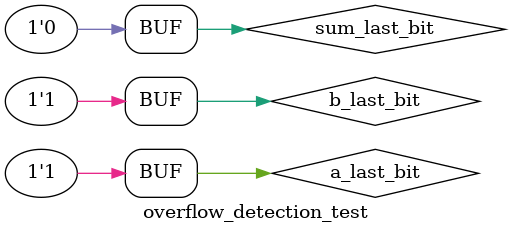
<source format=v>
`timescale 1ns / 1ps


module overflow_detection_test;

	// Inputs
	reg a_last_bit;
	reg b_last_bit;
	reg sum_last_bit;

	// Outputs
	wire overflow;

	// Instantiate the Unit Under Test (UUT)
	overflow_detection uut (
		.a_last_bit(a_last_bit), 
		.b_last_bit(b_last_bit), 
		.sum_last_bit(sum_last_bit), 
		.overflow(overflow)
	);

	initial begin
		// Initialize Inputs
		a_last_bit = 0;
		b_last_bit = 0;
		sum_last_bit = 1;
		#100;
      a_last_bit = 0;
		b_last_bit = 1;
		sum_last_bit = 1;
		#100;
      a_last_bit = 1;
		b_last_bit = 0;
		sum_last_bit = 1;
		#100;
      a_last_bit = 1;
		b_last_bit = 1;
		sum_last_bit = 1;
		#100;
      a_last_bit = 0;
		b_last_bit = 0;
		sum_last_bit = 0;
		#100;
      a_last_bit = 1;
		b_last_bit = 0;
		sum_last_bit = 0;
		#100;
      a_last_bit = 0;
		b_last_bit = 1;
		sum_last_bit = 0;
		#100;
		a_last_bit = 1;
		b_last_bit = 1;
		sum_last_bit = 0;
		#100;
      
      
        
	end
      
endmodule


</source>
